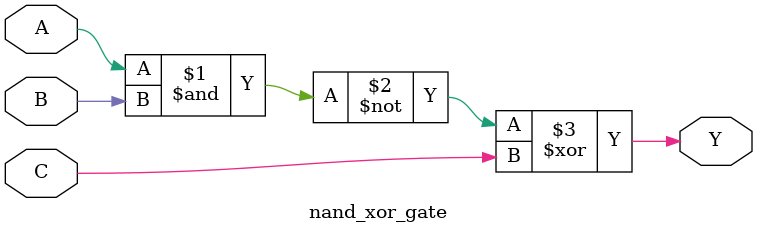
<source format=sv>
module nand_xor_gate (
    input wire A, B, C,   // 输入A, B, C
    output wire Y         // 输出Y
);
    assign Y = ~(A & B) ^ C;
endmodule

</source>
